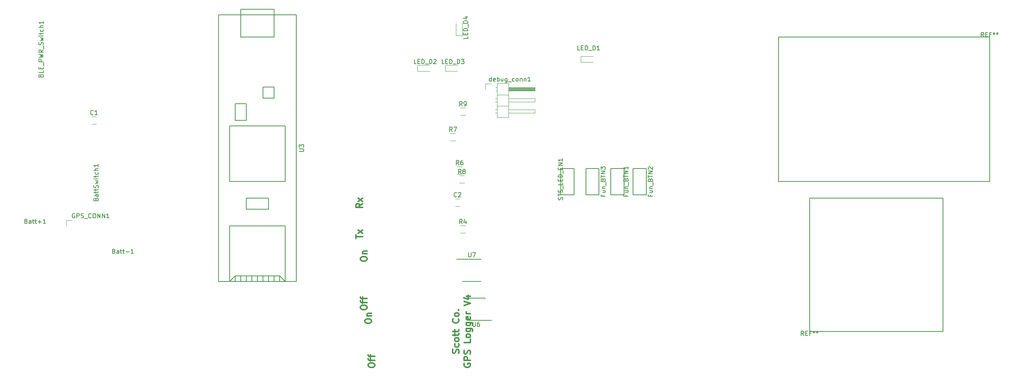
<source format=gbr>
G04 #@! TF.GenerationSoftware,KiCad,Pcbnew,(5.0.0)*
G04 #@! TF.CreationDate,2018-10-04T00:03:41-07:00*
G04 #@! TF.ProjectId,GPSLogger,4750534C6F676765722E6B696361645F,rev?*
G04 #@! TF.SameCoordinates,Original*
G04 #@! TF.FileFunction,Legend,Top*
G04 #@! TF.FilePolarity,Positive*
%FSLAX46Y46*%
G04 Gerber Fmt 4.6, Leading zero omitted, Abs format (unit mm)*
G04 Created by KiCad (PCBNEW (5.0.0)) date 10/04/18 00:03:41*
%MOMM*%
%LPD*%
G01*
G04 APERTURE LIST*
%ADD10C,0.375000*%
%ADD11C,0.300000*%
%ADD12C,0.120000*%
%ADD13C,0.150000*%
G04 APERTURE END LIST*
D10*
X150120642Y-97406285D02*
X150192071Y-97192000D01*
X150192071Y-96834857D01*
X150120642Y-96692000D01*
X150049214Y-96620571D01*
X149906357Y-96549142D01*
X149763500Y-96549142D01*
X149620642Y-96620571D01*
X149549214Y-96692000D01*
X149477785Y-96834857D01*
X149406357Y-97120571D01*
X149334928Y-97263428D01*
X149263500Y-97334857D01*
X149120642Y-97406285D01*
X148977785Y-97406285D01*
X148834928Y-97334857D01*
X148763500Y-97263428D01*
X148692071Y-97120571D01*
X148692071Y-96763428D01*
X148763500Y-96549142D01*
X150120642Y-95263428D02*
X150192071Y-95406285D01*
X150192071Y-95692000D01*
X150120642Y-95834857D01*
X150049214Y-95906285D01*
X149906357Y-95977714D01*
X149477785Y-95977714D01*
X149334928Y-95906285D01*
X149263500Y-95834857D01*
X149192071Y-95692000D01*
X149192071Y-95406285D01*
X149263500Y-95263428D01*
X150192071Y-94406285D02*
X150120642Y-94549142D01*
X150049214Y-94620571D01*
X149906357Y-94692000D01*
X149477785Y-94692000D01*
X149334928Y-94620571D01*
X149263500Y-94549142D01*
X149192071Y-94406285D01*
X149192071Y-94192000D01*
X149263500Y-94049142D01*
X149334928Y-93977714D01*
X149477785Y-93906285D01*
X149906357Y-93906285D01*
X150049214Y-93977714D01*
X150120642Y-94049142D01*
X150192071Y-94192000D01*
X150192071Y-94406285D01*
X149192071Y-93477714D02*
X149192071Y-92906285D01*
X148692071Y-93263428D02*
X149977785Y-93263428D01*
X150120642Y-93192000D01*
X150192071Y-93049142D01*
X150192071Y-92906285D01*
X149192071Y-92620571D02*
X149192071Y-92049142D01*
X148692071Y-92406285D02*
X149977785Y-92406285D01*
X150120642Y-92334857D01*
X150192071Y-92192000D01*
X150192071Y-92049142D01*
X150049214Y-89549142D02*
X150120642Y-89620571D01*
X150192071Y-89834857D01*
X150192071Y-89977714D01*
X150120642Y-90192000D01*
X149977785Y-90334857D01*
X149834928Y-90406285D01*
X149549214Y-90477714D01*
X149334928Y-90477714D01*
X149049214Y-90406285D01*
X148906357Y-90334857D01*
X148763500Y-90192000D01*
X148692071Y-89977714D01*
X148692071Y-89834857D01*
X148763500Y-89620571D01*
X148834928Y-89549142D01*
X150192071Y-88692000D02*
X150120642Y-88834857D01*
X150049214Y-88906285D01*
X149906357Y-88977714D01*
X149477785Y-88977714D01*
X149334928Y-88906285D01*
X149263500Y-88834857D01*
X149192071Y-88692000D01*
X149192071Y-88477714D01*
X149263500Y-88334857D01*
X149334928Y-88263428D01*
X149477785Y-88192000D01*
X149906357Y-88192000D01*
X150049214Y-88263428D01*
X150120642Y-88334857D01*
X150192071Y-88477714D01*
X150192071Y-88692000D01*
X150049214Y-87549142D02*
X150120642Y-87477714D01*
X150192071Y-87549142D01*
X150120642Y-87620571D01*
X150049214Y-87549142D01*
X150192071Y-87549142D01*
X151388500Y-99763428D02*
X151317071Y-99906285D01*
X151317071Y-100120571D01*
X151388500Y-100334857D01*
X151531357Y-100477714D01*
X151674214Y-100549142D01*
X151959928Y-100620571D01*
X152174214Y-100620571D01*
X152459928Y-100549142D01*
X152602785Y-100477714D01*
X152745642Y-100334857D01*
X152817071Y-100120571D01*
X152817071Y-99977714D01*
X152745642Y-99763428D01*
X152674214Y-99692000D01*
X152174214Y-99692000D01*
X152174214Y-99977714D01*
X152817071Y-99049142D02*
X151317071Y-99049142D01*
X151317071Y-98477714D01*
X151388500Y-98334857D01*
X151459928Y-98263428D01*
X151602785Y-98192000D01*
X151817071Y-98192000D01*
X151959928Y-98263428D01*
X152031357Y-98334857D01*
X152102785Y-98477714D01*
X152102785Y-99049142D01*
X152745642Y-97620571D02*
X152817071Y-97406285D01*
X152817071Y-97049142D01*
X152745642Y-96906285D01*
X152674214Y-96834857D01*
X152531357Y-96763428D01*
X152388500Y-96763428D01*
X152245642Y-96834857D01*
X152174214Y-96906285D01*
X152102785Y-97049142D01*
X152031357Y-97334857D01*
X151959928Y-97477714D01*
X151888500Y-97549142D01*
X151745642Y-97620571D01*
X151602785Y-97620571D01*
X151459928Y-97549142D01*
X151388500Y-97477714D01*
X151317071Y-97334857D01*
X151317071Y-96977714D01*
X151388500Y-96763428D01*
X152817071Y-94263428D02*
X152817071Y-94977714D01*
X151317071Y-94977714D01*
X152817071Y-93549142D02*
X152745642Y-93692000D01*
X152674214Y-93763428D01*
X152531357Y-93834857D01*
X152102785Y-93834857D01*
X151959928Y-93763428D01*
X151888500Y-93692000D01*
X151817071Y-93549142D01*
X151817071Y-93334857D01*
X151888500Y-93192000D01*
X151959928Y-93120571D01*
X152102785Y-93049142D01*
X152531357Y-93049142D01*
X152674214Y-93120571D01*
X152745642Y-93192000D01*
X152817071Y-93334857D01*
X152817071Y-93549142D01*
X151817071Y-91763428D02*
X153031357Y-91763428D01*
X153174214Y-91834857D01*
X153245642Y-91906285D01*
X153317071Y-92049142D01*
X153317071Y-92263428D01*
X153245642Y-92406285D01*
X152745642Y-91763428D02*
X152817071Y-91906285D01*
X152817071Y-92192000D01*
X152745642Y-92334857D01*
X152674214Y-92406285D01*
X152531357Y-92477714D01*
X152102785Y-92477714D01*
X151959928Y-92406285D01*
X151888500Y-92334857D01*
X151817071Y-92192000D01*
X151817071Y-91906285D01*
X151888500Y-91763428D01*
X151817071Y-90406285D02*
X153031357Y-90406285D01*
X153174214Y-90477714D01*
X153245642Y-90549142D01*
X153317071Y-90692000D01*
X153317071Y-90906285D01*
X153245642Y-91049142D01*
X152745642Y-90406285D02*
X152817071Y-90549142D01*
X152817071Y-90834857D01*
X152745642Y-90977714D01*
X152674214Y-91049142D01*
X152531357Y-91120571D01*
X152102785Y-91120571D01*
X151959928Y-91049142D01*
X151888500Y-90977714D01*
X151817071Y-90834857D01*
X151817071Y-90549142D01*
X151888500Y-90406285D01*
X152745642Y-89120571D02*
X152817071Y-89263428D01*
X152817071Y-89549142D01*
X152745642Y-89692000D01*
X152602785Y-89763428D01*
X152031357Y-89763428D01*
X151888500Y-89692000D01*
X151817071Y-89549142D01*
X151817071Y-89263428D01*
X151888500Y-89120571D01*
X152031357Y-89049142D01*
X152174214Y-89049142D01*
X152317071Y-89763428D01*
X152817071Y-88406285D02*
X151817071Y-88406285D01*
X152102785Y-88406285D02*
X151959928Y-88334857D01*
X151888500Y-88263428D01*
X151817071Y-88120571D01*
X151817071Y-87977714D01*
X151317071Y-86549142D02*
X152817071Y-86049142D01*
X151317071Y-85549142D01*
X151817071Y-84406285D02*
X152817071Y-84406285D01*
X151245642Y-84763428D02*
X152317071Y-85120571D01*
X152317071Y-84192000D01*
D11*
X129430571Y-100300000D02*
X129430571Y-100014285D01*
X129502000Y-99871428D01*
X129644857Y-99728571D01*
X129930571Y-99657142D01*
X130430571Y-99657142D01*
X130716285Y-99728571D01*
X130859142Y-99871428D01*
X130930571Y-100014285D01*
X130930571Y-100300000D01*
X130859142Y-100442857D01*
X130716285Y-100585714D01*
X130430571Y-100657142D01*
X129930571Y-100657142D01*
X129644857Y-100585714D01*
X129502000Y-100442857D01*
X129430571Y-100300000D01*
X129930571Y-99228571D02*
X129930571Y-98657142D01*
X130930571Y-99014285D02*
X129644857Y-99014285D01*
X129502000Y-98942857D01*
X129430571Y-98800000D01*
X129430571Y-98657142D01*
X129930571Y-98371428D02*
X129930571Y-97800000D01*
X130930571Y-98157142D02*
X129644857Y-98157142D01*
X129502000Y-98085714D01*
X129430571Y-97942857D01*
X129430571Y-97800000D01*
X128668571Y-90215428D02*
X128668571Y-89929714D01*
X128740000Y-89786857D01*
X128882857Y-89644000D01*
X129168571Y-89572571D01*
X129668571Y-89572571D01*
X129954285Y-89644000D01*
X130097142Y-89786857D01*
X130168571Y-89929714D01*
X130168571Y-90215428D01*
X130097142Y-90358285D01*
X129954285Y-90501142D01*
X129668571Y-90572571D01*
X129168571Y-90572571D01*
X128882857Y-90501142D01*
X128740000Y-90358285D01*
X128668571Y-90215428D01*
X129168571Y-88929714D02*
X130168571Y-88929714D01*
X129311428Y-88929714D02*
X129240000Y-88858285D01*
X129168571Y-88715428D01*
X129168571Y-88501142D01*
X129240000Y-88358285D01*
X129382857Y-88286857D01*
X130168571Y-88286857D01*
X127652571Y-87092000D02*
X127652571Y-86806285D01*
X127724000Y-86663428D01*
X127866857Y-86520571D01*
X128152571Y-86449142D01*
X128652571Y-86449142D01*
X128938285Y-86520571D01*
X129081142Y-86663428D01*
X129152571Y-86806285D01*
X129152571Y-87092000D01*
X129081142Y-87234857D01*
X128938285Y-87377714D01*
X128652571Y-87449142D01*
X128152571Y-87449142D01*
X127866857Y-87377714D01*
X127724000Y-87234857D01*
X127652571Y-87092000D01*
X128152571Y-86020571D02*
X128152571Y-85449142D01*
X129152571Y-85806285D02*
X127866857Y-85806285D01*
X127724000Y-85734857D01*
X127652571Y-85592000D01*
X127652571Y-85449142D01*
X128152571Y-85163428D02*
X128152571Y-84592000D01*
X129152571Y-84949142D02*
X127866857Y-84949142D01*
X127724000Y-84877714D01*
X127652571Y-84734857D01*
X127652571Y-84592000D01*
X127652571Y-75991428D02*
X127652571Y-75705714D01*
X127724000Y-75562857D01*
X127866857Y-75420000D01*
X128152571Y-75348571D01*
X128652571Y-75348571D01*
X128938285Y-75420000D01*
X129081142Y-75562857D01*
X129152571Y-75705714D01*
X129152571Y-75991428D01*
X129081142Y-76134285D01*
X128938285Y-76277142D01*
X128652571Y-76348571D01*
X128152571Y-76348571D01*
X127866857Y-76277142D01*
X127724000Y-76134285D01*
X127652571Y-75991428D01*
X128152571Y-74705714D02*
X129152571Y-74705714D01*
X128295428Y-74705714D02*
X128224000Y-74634285D01*
X128152571Y-74491428D01*
X128152571Y-74277142D01*
X128224000Y-74134285D01*
X128366857Y-74062857D01*
X129152571Y-74062857D01*
X126636571Y-71212571D02*
X126636571Y-70355428D01*
X128136571Y-70784000D02*
X126636571Y-70784000D01*
X128136571Y-69998285D02*
X127136571Y-69212571D01*
X127136571Y-69998285D02*
X128136571Y-69212571D01*
X128136571Y-63212571D02*
X127422285Y-63712571D01*
X128136571Y-64069714D02*
X126636571Y-64069714D01*
X126636571Y-63498285D01*
X126708000Y-63355428D01*
X126779428Y-63284000D01*
X126922285Y-63212571D01*
X127136571Y-63212571D01*
X127279428Y-63284000D01*
X127350857Y-63355428D01*
X127422285Y-63498285D01*
X127422285Y-64069714D01*
X128136571Y-62712571D02*
X127136571Y-61926857D01*
X127136571Y-62712571D02*
X128136571Y-61926857D01*
D12*
G04 #@! TO.C,C1*
X67252000Y-43332000D02*
X66252000Y-43332000D01*
X66252000Y-45032000D02*
X67252000Y-45032000D01*
G04 #@! TO.C,C2*
X150310000Y-62128000D02*
X149310000Y-62128000D01*
X149310000Y-63828000D02*
X150310000Y-63828000D01*
G04 #@! TO.C,debug_conn1*
X158870000Y-35740000D02*
X158870000Y-43480000D01*
X158870000Y-43480000D02*
X161530000Y-43480000D01*
X161530000Y-43480000D02*
X161530000Y-35740000D01*
X161530000Y-35740000D02*
X158870000Y-35740000D01*
X161530000Y-36690000D02*
X167530000Y-36690000D01*
X167530000Y-36690000D02*
X167530000Y-37450000D01*
X167530000Y-37450000D02*
X161530000Y-37450000D01*
X161530000Y-36750000D02*
X167530000Y-36750000D01*
X161530000Y-36870000D02*
X167530000Y-36870000D01*
X161530000Y-36990000D02*
X167530000Y-36990000D01*
X161530000Y-37110000D02*
X167530000Y-37110000D01*
X161530000Y-37230000D02*
X167530000Y-37230000D01*
X161530000Y-37350000D02*
X167530000Y-37350000D01*
X158540000Y-36690000D02*
X158870000Y-36690000D01*
X158540000Y-37450000D02*
X158870000Y-37450000D01*
X158870000Y-38340000D02*
X161530000Y-38340000D01*
X161530000Y-39230000D02*
X167530000Y-39230000D01*
X167530000Y-39230000D02*
X167530000Y-39990000D01*
X167530000Y-39990000D02*
X161530000Y-39990000D01*
X158472929Y-39230000D02*
X158870000Y-39230000D01*
X158472929Y-39990000D02*
X158870000Y-39990000D01*
X158870000Y-40880000D02*
X161530000Y-40880000D01*
X161530000Y-41770000D02*
X167530000Y-41770000D01*
X167530000Y-41770000D02*
X167530000Y-42530000D01*
X167530000Y-42530000D02*
X161530000Y-42530000D01*
X158472929Y-41770000D02*
X158870000Y-41770000D01*
X158472929Y-42530000D02*
X158870000Y-42530000D01*
X156160000Y-37070000D02*
X156160000Y-35800000D01*
X156160000Y-35800000D02*
X157430000Y-35800000D01*
D13*
G04 #@! TO.C,Fun_BTN1*
X187910000Y-61200000D02*
X187910000Y-55200000D01*
X187910000Y-55200000D02*
X184910000Y-55200000D01*
X184910000Y-55200000D02*
X184910000Y-61200000D01*
X184910000Y-61200000D02*
X187910000Y-61200000D01*
G04 #@! TO.C,Fun_BTN2*
X192990000Y-61200000D02*
X192990000Y-55200000D01*
X192990000Y-55200000D02*
X189990000Y-55200000D01*
X189990000Y-55200000D02*
X189990000Y-61200000D01*
X189990000Y-61200000D02*
X192990000Y-61200000D01*
G04 #@! TO.C,Fun_BTN3*
X182195000Y-61200000D02*
X182195000Y-55200000D01*
X182195000Y-55200000D02*
X179195000Y-55200000D01*
X179195000Y-55200000D02*
X179195000Y-61200000D01*
X179195000Y-61200000D02*
X182195000Y-61200000D01*
D12*
G04 #@! TO.C,GPS_CONN1*
X60402000Y-68312000D02*
X60402000Y-67042000D01*
X60402000Y-67042000D02*
X61672000Y-67042000D01*
G04 #@! TO.C,LED_D1*
X177982000Y-29512000D02*
X177982000Y-30912000D01*
X177982000Y-30912000D02*
X180782000Y-30912000D01*
X177982000Y-29512000D02*
X180782000Y-29512000D01*
G04 #@! TO.C,LED_D2*
X140644000Y-31544000D02*
X140644000Y-32944000D01*
X140644000Y-32944000D02*
X143444000Y-32944000D01*
X140644000Y-31544000D02*
X143444000Y-31544000D01*
G04 #@! TO.C,LED_D3*
X146994000Y-31544000D02*
X146994000Y-32944000D01*
X146994000Y-32944000D02*
X149794000Y-32944000D01*
X146994000Y-31544000D02*
X149794000Y-31544000D01*
G04 #@! TO.C,LED_D4*
X149491000Y-24773000D02*
X150891000Y-24773000D01*
X150891000Y-24773000D02*
X150891000Y-21973000D01*
X149491000Y-24773000D02*
X149491000Y-21973000D01*
G04 #@! TO.C,R4*
X151680000Y-69954000D02*
X150480000Y-69954000D01*
X150480000Y-68194000D02*
X151680000Y-68194000D01*
G04 #@! TO.C,R6*
X150918000Y-56492000D02*
X149718000Y-56492000D01*
X149718000Y-54732000D02*
X150918000Y-54732000D01*
G04 #@! TO.C,R7*
X149394000Y-48872000D02*
X148194000Y-48872000D01*
X148194000Y-47112000D02*
X149394000Y-47112000D01*
G04 #@! TO.C,R8*
X151426000Y-58524000D02*
X150226000Y-58524000D01*
X150226000Y-56764000D02*
X151426000Y-56764000D01*
G04 #@! TO.C,R9*
X151680000Y-43030000D02*
X150480000Y-43030000D01*
X150480000Y-41270000D02*
X151680000Y-41270000D01*
D13*
G04 #@! TO.C,STS_LED_EN1*
X176480000Y-61200000D02*
X176480000Y-55200000D01*
X176480000Y-55200000D02*
X173480000Y-55200000D01*
X173480000Y-55200000D02*
X173480000Y-61200000D01*
X173480000Y-61200000D02*
X176480000Y-61200000D01*
G04 #@! TO.C,U6*
X156203000Y-89937000D02*
X156203000Y-89887000D01*
X152053000Y-89937000D02*
X152053000Y-89792000D01*
X152053000Y-84787000D02*
X152053000Y-84932000D01*
X156203000Y-84787000D02*
X156203000Y-84932000D01*
X156203000Y-89937000D02*
X152053000Y-89937000D01*
X156203000Y-84787000D02*
X152053000Y-84787000D01*
X156203000Y-89887000D02*
X157603000Y-89887000D01*
G04 #@! TO.C,U7*
X151037000Y-75897000D02*
X151037000Y-75947000D01*
X155187000Y-75897000D02*
X155187000Y-76042000D01*
X155187000Y-81047000D02*
X155187000Y-80902000D01*
X151037000Y-81047000D02*
X151037000Y-80902000D01*
X151037000Y-75897000D02*
X155187000Y-75897000D01*
X151037000Y-81047000D02*
X155187000Y-81047000D01*
X151037000Y-75947000D02*
X149637000Y-75947000D01*
G04 #@! TO.C,U3*
X107900000Y-36562000D02*
X105360000Y-36562000D01*
X105360000Y-36562000D02*
X105360000Y-39102000D01*
X105360000Y-39102000D02*
X107900000Y-39102000D01*
X107900000Y-39102000D02*
X107900000Y-36562000D01*
X99010000Y-44182000D02*
X99010000Y-40372000D01*
X99010000Y-40372000D02*
X101550000Y-40372000D01*
X101550000Y-40372000D02*
X101550000Y-44182000D01*
X101550000Y-44182000D02*
X99010000Y-44182000D01*
X97740000Y-58152000D02*
X110440000Y-58152000D01*
X110440000Y-45452000D02*
X97740000Y-45452000D01*
X97740000Y-45452000D02*
X97740000Y-58152000D01*
X110440000Y-45452000D02*
X110440000Y-58152000D01*
X99010000Y-79742000D02*
X99010000Y-81012000D01*
X100280000Y-79742000D02*
X100280000Y-81012000D01*
X101550000Y-79742000D02*
X101550000Y-81012000D01*
X102820000Y-79742000D02*
X102820000Y-81012000D01*
X104090000Y-79742000D02*
X104090000Y-81012000D01*
X105360000Y-79742000D02*
X105360000Y-81012000D01*
X106630000Y-79742000D02*
X106630000Y-81012000D01*
X107900000Y-79742000D02*
X107900000Y-81012000D01*
X109170000Y-79742000D02*
X109170000Y-81012000D01*
X97740000Y-81012000D02*
X99010000Y-79742000D01*
X99010000Y-79742000D02*
X109170000Y-79742000D01*
X109170000Y-79742000D02*
X110440000Y-81012000D01*
X110440000Y-81012000D02*
X110440000Y-68312000D01*
X110440000Y-68312000D02*
X97740000Y-68312000D01*
X97740000Y-68312000D02*
X97740000Y-81012000D01*
X112980000Y-81012000D02*
X112980000Y-20052000D01*
X95200000Y-20052000D02*
X95200000Y-81012000D01*
X100280000Y-20052000D02*
X100280000Y-18782000D01*
X100280000Y-18782000D02*
X107900000Y-18782000D01*
X107900000Y-18782000D02*
X107900000Y-20052000D01*
X100280000Y-25132000D02*
X107900000Y-25132000D01*
X107900000Y-25132000D02*
X107900000Y-20052000D01*
X100280000Y-25132000D02*
X100280000Y-20052000D01*
X106630000Y-64502000D02*
X101550000Y-64502000D01*
X101550000Y-64502000D02*
X101550000Y-61962000D01*
X101550000Y-61962000D02*
X106630000Y-61962000D01*
X106630000Y-61962000D02*
X106630000Y-64502000D01*
X112980000Y-81012000D02*
X95200000Y-81012000D01*
X95200000Y-20052000D02*
X112980000Y-20052000D01*
G04 #@! TO.C,REF\002A\002A*
X230328000Y-92442000D02*
X230328000Y-61962000D01*
X230328000Y-61962000D02*
X260808000Y-61962000D01*
X260808000Y-61962000D02*
X260808000Y-92442000D01*
X260808000Y-92442000D02*
X230328000Y-92442000D01*
X225756000Y-25132000D02*
X223216000Y-25132000D01*
X223216000Y-25132000D02*
X223216000Y-58152000D01*
X223216000Y-58152000D02*
X271476000Y-58152000D01*
X271476000Y-58152000D02*
X271476000Y-25132000D01*
X271476000Y-25132000D02*
X223216000Y-25132000D01*
G04 #@! TO.C,Batt+1*
X51239380Y-67240571D02*
X51382238Y-67288190D01*
X51429857Y-67335809D01*
X51477476Y-67431047D01*
X51477476Y-67573904D01*
X51429857Y-67669142D01*
X51382238Y-67716761D01*
X51287000Y-67764380D01*
X50906047Y-67764380D01*
X50906047Y-66764380D01*
X51239380Y-66764380D01*
X51334619Y-66812000D01*
X51382238Y-66859619D01*
X51429857Y-66954857D01*
X51429857Y-67050095D01*
X51382238Y-67145333D01*
X51334619Y-67192952D01*
X51239380Y-67240571D01*
X50906047Y-67240571D01*
X52334619Y-67764380D02*
X52334619Y-67240571D01*
X52287000Y-67145333D01*
X52191761Y-67097714D01*
X52001285Y-67097714D01*
X51906047Y-67145333D01*
X52334619Y-67716761D02*
X52239380Y-67764380D01*
X52001285Y-67764380D01*
X51906047Y-67716761D01*
X51858428Y-67621523D01*
X51858428Y-67526285D01*
X51906047Y-67431047D01*
X52001285Y-67383428D01*
X52239380Y-67383428D01*
X52334619Y-67335809D01*
X52667952Y-67097714D02*
X53048904Y-67097714D01*
X52810809Y-66764380D02*
X52810809Y-67621523D01*
X52858428Y-67716761D01*
X52953666Y-67764380D01*
X53048904Y-67764380D01*
X53239380Y-67097714D02*
X53620333Y-67097714D01*
X53382238Y-66764380D02*
X53382238Y-67621523D01*
X53429857Y-67716761D01*
X53525095Y-67764380D01*
X53620333Y-67764380D01*
X53953666Y-67383428D02*
X54715571Y-67383428D01*
X54334619Y-67764380D02*
X54334619Y-67002476D01*
X55715571Y-67764380D02*
X55144142Y-67764380D01*
X55429857Y-67764380D02*
X55429857Y-66764380D01*
X55334619Y-66907238D01*
X55239380Y-67002476D01*
X55144142Y-67050095D01*
G04 #@! TO.C,Batt-1*
X71305380Y-74098571D02*
X71448238Y-74146190D01*
X71495857Y-74193809D01*
X71543476Y-74289047D01*
X71543476Y-74431904D01*
X71495857Y-74527142D01*
X71448238Y-74574761D01*
X71353000Y-74622380D01*
X70972047Y-74622380D01*
X70972047Y-73622380D01*
X71305380Y-73622380D01*
X71400619Y-73670000D01*
X71448238Y-73717619D01*
X71495857Y-73812857D01*
X71495857Y-73908095D01*
X71448238Y-74003333D01*
X71400619Y-74050952D01*
X71305380Y-74098571D01*
X70972047Y-74098571D01*
X72400619Y-74622380D02*
X72400619Y-74098571D01*
X72353000Y-74003333D01*
X72257761Y-73955714D01*
X72067285Y-73955714D01*
X71972047Y-74003333D01*
X72400619Y-74574761D02*
X72305380Y-74622380D01*
X72067285Y-74622380D01*
X71972047Y-74574761D01*
X71924428Y-74479523D01*
X71924428Y-74384285D01*
X71972047Y-74289047D01*
X72067285Y-74241428D01*
X72305380Y-74241428D01*
X72400619Y-74193809D01*
X72733952Y-73955714D02*
X73114904Y-73955714D01*
X72876809Y-73622380D02*
X72876809Y-74479523D01*
X72924428Y-74574761D01*
X73019666Y-74622380D01*
X73114904Y-74622380D01*
X73305380Y-73955714D02*
X73686333Y-73955714D01*
X73448238Y-73622380D02*
X73448238Y-74479523D01*
X73495857Y-74574761D01*
X73591095Y-74622380D01*
X73686333Y-74622380D01*
X74019666Y-74241428D02*
X74781571Y-74241428D01*
X75781571Y-74622380D02*
X75210142Y-74622380D01*
X75495857Y-74622380D02*
X75495857Y-73622380D01*
X75400619Y-73765238D01*
X75305380Y-73860476D01*
X75210142Y-73908095D01*
G04 #@! TO.C,BattSwitch1*
X67188571Y-62239333D02*
X67236190Y-62096476D01*
X67283809Y-62048857D01*
X67379047Y-62001238D01*
X67521904Y-62001238D01*
X67617142Y-62048857D01*
X67664761Y-62096476D01*
X67712380Y-62191714D01*
X67712380Y-62572666D01*
X66712380Y-62572666D01*
X66712380Y-62239333D01*
X66760000Y-62144095D01*
X66807619Y-62096476D01*
X66902857Y-62048857D01*
X66998095Y-62048857D01*
X67093333Y-62096476D01*
X67140952Y-62144095D01*
X67188571Y-62239333D01*
X67188571Y-62572666D01*
X67712380Y-61144095D02*
X67188571Y-61144095D01*
X67093333Y-61191714D01*
X67045714Y-61286952D01*
X67045714Y-61477428D01*
X67093333Y-61572666D01*
X67664761Y-61144095D02*
X67712380Y-61239333D01*
X67712380Y-61477428D01*
X67664761Y-61572666D01*
X67569523Y-61620285D01*
X67474285Y-61620285D01*
X67379047Y-61572666D01*
X67331428Y-61477428D01*
X67331428Y-61239333D01*
X67283809Y-61144095D01*
X67045714Y-60810761D02*
X67045714Y-60429809D01*
X66712380Y-60667904D02*
X67569523Y-60667904D01*
X67664761Y-60620285D01*
X67712380Y-60525047D01*
X67712380Y-60429809D01*
X67045714Y-60239333D02*
X67045714Y-59858380D01*
X66712380Y-60096476D02*
X67569523Y-60096476D01*
X67664761Y-60048857D01*
X67712380Y-59953619D01*
X67712380Y-59858380D01*
X67664761Y-59572666D02*
X67712380Y-59429809D01*
X67712380Y-59191714D01*
X67664761Y-59096476D01*
X67617142Y-59048857D01*
X67521904Y-59001238D01*
X67426666Y-59001238D01*
X67331428Y-59048857D01*
X67283809Y-59096476D01*
X67236190Y-59191714D01*
X67188571Y-59382190D01*
X67140952Y-59477428D01*
X67093333Y-59525047D01*
X66998095Y-59572666D01*
X66902857Y-59572666D01*
X66807619Y-59525047D01*
X66760000Y-59477428D01*
X66712380Y-59382190D01*
X66712380Y-59144095D01*
X66760000Y-59001238D01*
X67045714Y-58667904D02*
X67712380Y-58477428D01*
X67236190Y-58286952D01*
X67712380Y-58096476D01*
X67045714Y-57906000D01*
X67712380Y-57525047D02*
X67045714Y-57525047D01*
X66712380Y-57525047D02*
X66760000Y-57572666D01*
X66807619Y-57525047D01*
X66760000Y-57477428D01*
X66712380Y-57525047D01*
X66807619Y-57525047D01*
X67045714Y-57191714D02*
X67045714Y-56810761D01*
X66712380Y-57048857D02*
X67569523Y-57048857D01*
X67664761Y-57001238D01*
X67712380Y-56906000D01*
X67712380Y-56810761D01*
X67664761Y-56048857D02*
X67712380Y-56144095D01*
X67712380Y-56334571D01*
X67664761Y-56429809D01*
X67617142Y-56477428D01*
X67521904Y-56525047D01*
X67236190Y-56525047D01*
X67140952Y-56477428D01*
X67093333Y-56429809D01*
X67045714Y-56334571D01*
X67045714Y-56144095D01*
X67093333Y-56048857D01*
X67712380Y-55620285D02*
X66712380Y-55620285D01*
X67712380Y-55191714D02*
X67188571Y-55191714D01*
X67093333Y-55239333D01*
X67045714Y-55334571D01*
X67045714Y-55477428D01*
X67093333Y-55572666D01*
X67140952Y-55620285D01*
X67712380Y-54191714D02*
X67712380Y-54763142D01*
X67712380Y-54477428D02*
X66712380Y-54477428D01*
X66855238Y-54572666D01*
X66950476Y-54667904D01*
X66998095Y-54763142D01*
G04 #@! TO.C,BLE_PWR_Switch1*
X54615571Y-33925999D02*
X54663190Y-33783142D01*
X54710809Y-33735523D01*
X54806047Y-33687904D01*
X54948904Y-33687904D01*
X55044142Y-33735523D01*
X55091761Y-33783142D01*
X55139380Y-33878380D01*
X55139380Y-34259333D01*
X54139380Y-34259333D01*
X54139380Y-33925999D01*
X54187000Y-33830761D01*
X54234619Y-33783142D01*
X54329857Y-33735523D01*
X54425095Y-33735523D01*
X54520333Y-33783142D01*
X54567952Y-33830761D01*
X54615571Y-33925999D01*
X54615571Y-34259333D01*
X55139380Y-32783142D02*
X55139380Y-33259333D01*
X54139380Y-33259333D01*
X54615571Y-32449809D02*
X54615571Y-32116476D01*
X55139380Y-31973619D02*
X55139380Y-32449809D01*
X54139380Y-32449809D01*
X54139380Y-31973619D01*
X55234619Y-31783142D02*
X55234619Y-31021238D01*
X55139380Y-30783142D02*
X54139380Y-30783142D01*
X54139380Y-30402190D01*
X54187000Y-30306952D01*
X54234619Y-30259333D01*
X54329857Y-30211714D01*
X54472714Y-30211714D01*
X54567952Y-30259333D01*
X54615571Y-30306952D01*
X54663190Y-30402190D01*
X54663190Y-30783142D01*
X54139380Y-29878380D02*
X55139380Y-29640285D01*
X54425095Y-29449809D01*
X55139380Y-29259333D01*
X54139380Y-29021238D01*
X55139380Y-28068857D02*
X54663190Y-28402190D01*
X55139380Y-28640285D02*
X54139380Y-28640285D01*
X54139380Y-28259333D01*
X54187000Y-28164095D01*
X54234619Y-28116476D01*
X54329857Y-28068857D01*
X54472714Y-28068857D01*
X54567952Y-28116476D01*
X54615571Y-28164095D01*
X54663190Y-28259333D01*
X54663190Y-28640285D01*
X55234619Y-27878380D02*
X55234619Y-27116476D01*
X55091761Y-26926000D02*
X55139380Y-26783142D01*
X55139380Y-26545047D01*
X55091761Y-26449809D01*
X55044142Y-26402190D01*
X54948904Y-26354571D01*
X54853666Y-26354571D01*
X54758428Y-26402190D01*
X54710809Y-26449809D01*
X54663190Y-26545047D01*
X54615571Y-26735523D01*
X54567952Y-26830761D01*
X54520333Y-26878380D01*
X54425095Y-26926000D01*
X54329857Y-26926000D01*
X54234619Y-26878380D01*
X54187000Y-26830761D01*
X54139380Y-26735523D01*
X54139380Y-26497428D01*
X54187000Y-26354571D01*
X54472714Y-26021238D02*
X55139380Y-25830761D01*
X54663190Y-25640285D01*
X55139380Y-25449809D01*
X54472714Y-25259333D01*
X55139380Y-24878380D02*
X54472714Y-24878380D01*
X54139380Y-24878380D02*
X54187000Y-24926000D01*
X54234619Y-24878380D01*
X54187000Y-24830761D01*
X54139380Y-24878380D01*
X54234619Y-24878380D01*
X54472714Y-24545047D02*
X54472714Y-24164095D01*
X54139380Y-24402190D02*
X54996523Y-24402190D01*
X55091761Y-24354571D01*
X55139380Y-24259333D01*
X55139380Y-24164095D01*
X55091761Y-23402190D02*
X55139380Y-23497428D01*
X55139380Y-23687904D01*
X55091761Y-23783142D01*
X55044142Y-23830761D01*
X54948904Y-23878380D01*
X54663190Y-23878380D01*
X54567952Y-23830761D01*
X54520333Y-23783142D01*
X54472714Y-23687904D01*
X54472714Y-23497428D01*
X54520333Y-23402190D01*
X55139380Y-22973619D02*
X54139380Y-22973619D01*
X55139380Y-22545047D02*
X54615571Y-22545047D01*
X54520333Y-22592666D01*
X54472714Y-22687904D01*
X54472714Y-22830761D01*
X54520333Y-22926000D01*
X54567952Y-22973619D01*
X55139380Y-21545047D02*
X55139380Y-22116476D01*
X55139380Y-21830761D02*
X54139380Y-21830761D01*
X54282238Y-21926000D01*
X54377476Y-22021238D01*
X54425095Y-22116476D01*
G04 #@! TO.C,C1*
X66585333Y-42789142D02*
X66537714Y-42836761D01*
X66394857Y-42884380D01*
X66299619Y-42884380D01*
X66156761Y-42836761D01*
X66061523Y-42741523D01*
X66013904Y-42646285D01*
X65966285Y-42455809D01*
X65966285Y-42312952D01*
X66013904Y-42122476D01*
X66061523Y-42027238D01*
X66156761Y-41932000D01*
X66299619Y-41884380D01*
X66394857Y-41884380D01*
X66537714Y-41932000D01*
X66585333Y-41979619D01*
X67537714Y-42884380D02*
X66966285Y-42884380D01*
X67252000Y-42884380D02*
X67252000Y-41884380D01*
X67156761Y-42027238D01*
X67061523Y-42122476D01*
X66966285Y-42170095D01*
G04 #@! TO.C,C2*
X149643333Y-61585142D02*
X149595714Y-61632761D01*
X149452857Y-61680380D01*
X149357619Y-61680380D01*
X149214761Y-61632761D01*
X149119523Y-61537523D01*
X149071904Y-61442285D01*
X149024285Y-61251809D01*
X149024285Y-61108952D01*
X149071904Y-60918476D01*
X149119523Y-60823238D01*
X149214761Y-60728000D01*
X149357619Y-60680380D01*
X149452857Y-60680380D01*
X149595714Y-60728000D01*
X149643333Y-60775619D01*
X150024285Y-60775619D02*
X150071904Y-60728000D01*
X150167142Y-60680380D01*
X150405238Y-60680380D01*
X150500476Y-60728000D01*
X150548095Y-60775619D01*
X150595714Y-60870857D01*
X150595714Y-60966095D01*
X150548095Y-61108952D01*
X149976666Y-61680380D01*
X150595714Y-61680380D01*
G04 #@! TO.C,debug_conn1*
X157600714Y-35252380D02*
X157600714Y-34252380D01*
X157600714Y-35204761D02*
X157505476Y-35252380D01*
X157315000Y-35252380D01*
X157219761Y-35204761D01*
X157172142Y-35157142D01*
X157124523Y-35061904D01*
X157124523Y-34776190D01*
X157172142Y-34680952D01*
X157219761Y-34633333D01*
X157315000Y-34585714D01*
X157505476Y-34585714D01*
X157600714Y-34633333D01*
X158457857Y-35204761D02*
X158362619Y-35252380D01*
X158172142Y-35252380D01*
X158076904Y-35204761D01*
X158029285Y-35109523D01*
X158029285Y-34728571D01*
X158076904Y-34633333D01*
X158172142Y-34585714D01*
X158362619Y-34585714D01*
X158457857Y-34633333D01*
X158505476Y-34728571D01*
X158505476Y-34823809D01*
X158029285Y-34919047D01*
X158934047Y-35252380D02*
X158934047Y-34252380D01*
X158934047Y-34633333D02*
X159029285Y-34585714D01*
X159219761Y-34585714D01*
X159315000Y-34633333D01*
X159362619Y-34680952D01*
X159410238Y-34776190D01*
X159410238Y-35061904D01*
X159362619Y-35157142D01*
X159315000Y-35204761D01*
X159219761Y-35252380D01*
X159029285Y-35252380D01*
X158934047Y-35204761D01*
X160267380Y-34585714D02*
X160267380Y-35252380D01*
X159838809Y-34585714D02*
X159838809Y-35109523D01*
X159886428Y-35204761D01*
X159981666Y-35252380D01*
X160124523Y-35252380D01*
X160219761Y-35204761D01*
X160267380Y-35157142D01*
X161172142Y-34585714D02*
X161172142Y-35395238D01*
X161124523Y-35490476D01*
X161076904Y-35538095D01*
X160981666Y-35585714D01*
X160838809Y-35585714D01*
X160743571Y-35538095D01*
X161172142Y-35204761D02*
X161076904Y-35252380D01*
X160886428Y-35252380D01*
X160791190Y-35204761D01*
X160743571Y-35157142D01*
X160695952Y-35061904D01*
X160695952Y-34776190D01*
X160743571Y-34680952D01*
X160791190Y-34633333D01*
X160886428Y-34585714D01*
X161076904Y-34585714D01*
X161172142Y-34633333D01*
X161410238Y-35347619D02*
X162172142Y-35347619D01*
X162838809Y-35204761D02*
X162743571Y-35252380D01*
X162553095Y-35252380D01*
X162457857Y-35204761D01*
X162410238Y-35157142D01*
X162362619Y-35061904D01*
X162362619Y-34776190D01*
X162410238Y-34680952D01*
X162457857Y-34633333D01*
X162553095Y-34585714D01*
X162743571Y-34585714D01*
X162838809Y-34633333D01*
X163410238Y-35252380D02*
X163315000Y-35204761D01*
X163267380Y-35157142D01*
X163219761Y-35061904D01*
X163219761Y-34776190D01*
X163267380Y-34680952D01*
X163315000Y-34633333D01*
X163410238Y-34585714D01*
X163553095Y-34585714D01*
X163648333Y-34633333D01*
X163695952Y-34680952D01*
X163743571Y-34776190D01*
X163743571Y-35061904D01*
X163695952Y-35157142D01*
X163648333Y-35204761D01*
X163553095Y-35252380D01*
X163410238Y-35252380D01*
X164172142Y-34585714D02*
X164172142Y-35252380D01*
X164172142Y-34680952D02*
X164219761Y-34633333D01*
X164315000Y-34585714D01*
X164457857Y-34585714D01*
X164553095Y-34633333D01*
X164600714Y-34728571D01*
X164600714Y-35252380D01*
X165076904Y-34585714D02*
X165076904Y-35252380D01*
X165076904Y-34680952D02*
X165124523Y-34633333D01*
X165219761Y-34585714D01*
X165362619Y-34585714D01*
X165457857Y-34633333D01*
X165505476Y-34728571D01*
X165505476Y-35252380D01*
X166505476Y-35252380D02*
X165934047Y-35252380D01*
X166219761Y-35252380D02*
X166219761Y-34252380D01*
X166124523Y-34395238D01*
X166029285Y-34490476D01*
X165934047Y-34538095D01*
G04 #@! TO.C,Fun_BTN1*
X188346571Y-61175809D02*
X188346571Y-61509142D01*
X188870380Y-61509142D02*
X187870380Y-61509142D01*
X187870380Y-61032952D01*
X188203714Y-60223428D02*
X188870380Y-60223428D01*
X188203714Y-60652000D02*
X188727523Y-60652000D01*
X188822761Y-60604380D01*
X188870380Y-60509142D01*
X188870380Y-60366285D01*
X188822761Y-60271047D01*
X188775142Y-60223428D01*
X188203714Y-59747238D02*
X188870380Y-59747238D01*
X188298952Y-59747238D02*
X188251333Y-59699619D01*
X188203714Y-59604380D01*
X188203714Y-59461523D01*
X188251333Y-59366285D01*
X188346571Y-59318666D01*
X188870380Y-59318666D01*
X188965619Y-59080571D02*
X188965619Y-58318666D01*
X188346571Y-57747238D02*
X188394190Y-57604380D01*
X188441809Y-57556761D01*
X188537047Y-57509142D01*
X188679904Y-57509142D01*
X188775142Y-57556761D01*
X188822761Y-57604380D01*
X188870380Y-57699619D01*
X188870380Y-58080571D01*
X187870380Y-58080571D01*
X187870380Y-57747238D01*
X187918000Y-57652000D01*
X187965619Y-57604380D01*
X188060857Y-57556761D01*
X188156095Y-57556761D01*
X188251333Y-57604380D01*
X188298952Y-57652000D01*
X188346571Y-57747238D01*
X188346571Y-58080571D01*
X187870380Y-57223428D02*
X187870380Y-56652000D01*
X188870380Y-56937714D02*
X187870380Y-56937714D01*
X188870380Y-56318666D02*
X187870380Y-56318666D01*
X188870380Y-55747238D01*
X187870380Y-55747238D01*
X188870380Y-54747238D02*
X188870380Y-55318666D01*
X188870380Y-55032952D02*
X187870380Y-55032952D01*
X188013238Y-55128190D01*
X188108476Y-55223428D01*
X188156095Y-55318666D01*
G04 #@! TO.C,Fun_BTN2*
X193918571Y-61223809D02*
X193918571Y-61557142D01*
X194442380Y-61557142D02*
X193442380Y-61557142D01*
X193442380Y-61080952D01*
X193775714Y-60271428D02*
X194442380Y-60271428D01*
X193775714Y-60700000D02*
X194299523Y-60700000D01*
X194394761Y-60652380D01*
X194442380Y-60557142D01*
X194442380Y-60414285D01*
X194394761Y-60319047D01*
X194347142Y-60271428D01*
X193775714Y-59795238D02*
X194442380Y-59795238D01*
X193870952Y-59795238D02*
X193823333Y-59747619D01*
X193775714Y-59652380D01*
X193775714Y-59509523D01*
X193823333Y-59414285D01*
X193918571Y-59366666D01*
X194442380Y-59366666D01*
X194537619Y-59128571D02*
X194537619Y-58366666D01*
X193918571Y-57795238D02*
X193966190Y-57652380D01*
X194013809Y-57604761D01*
X194109047Y-57557142D01*
X194251904Y-57557142D01*
X194347142Y-57604761D01*
X194394761Y-57652380D01*
X194442380Y-57747619D01*
X194442380Y-58128571D01*
X193442380Y-58128571D01*
X193442380Y-57795238D01*
X193490000Y-57700000D01*
X193537619Y-57652380D01*
X193632857Y-57604761D01*
X193728095Y-57604761D01*
X193823333Y-57652380D01*
X193870952Y-57700000D01*
X193918571Y-57795238D01*
X193918571Y-58128571D01*
X193442380Y-57271428D02*
X193442380Y-56700000D01*
X194442380Y-56985714D02*
X193442380Y-56985714D01*
X194442380Y-56366666D02*
X193442380Y-56366666D01*
X194442380Y-55795238D01*
X193442380Y-55795238D01*
X193537619Y-55366666D02*
X193490000Y-55319047D01*
X193442380Y-55223809D01*
X193442380Y-54985714D01*
X193490000Y-54890476D01*
X193537619Y-54842857D01*
X193632857Y-54795238D01*
X193728095Y-54795238D01*
X193870952Y-54842857D01*
X194442380Y-55414285D01*
X194442380Y-54795238D01*
G04 #@! TO.C,Fun_BTN3*
X183123571Y-61223809D02*
X183123571Y-61557142D01*
X183647380Y-61557142D02*
X182647380Y-61557142D01*
X182647380Y-61080952D01*
X182980714Y-60271428D02*
X183647380Y-60271428D01*
X182980714Y-60700000D02*
X183504523Y-60700000D01*
X183599761Y-60652380D01*
X183647380Y-60557142D01*
X183647380Y-60414285D01*
X183599761Y-60319047D01*
X183552142Y-60271428D01*
X182980714Y-59795238D02*
X183647380Y-59795238D01*
X183075952Y-59795238D02*
X183028333Y-59747619D01*
X182980714Y-59652380D01*
X182980714Y-59509523D01*
X183028333Y-59414285D01*
X183123571Y-59366666D01*
X183647380Y-59366666D01*
X183742619Y-59128571D02*
X183742619Y-58366666D01*
X183123571Y-57795238D02*
X183171190Y-57652380D01*
X183218809Y-57604761D01*
X183314047Y-57557142D01*
X183456904Y-57557142D01*
X183552142Y-57604761D01*
X183599761Y-57652380D01*
X183647380Y-57747619D01*
X183647380Y-58128571D01*
X182647380Y-58128571D01*
X182647380Y-57795238D01*
X182695000Y-57700000D01*
X182742619Y-57652380D01*
X182837857Y-57604761D01*
X182933095Y-57604761D01*
X183028333Y-57652380D01*
X183075952Y-57700000D01*
X183123571Y-57795238D01*
X183123571Y-58128571D01*
X182647380Y-57271428D02*
X182647380Y-56700000D01*
X183647380Y-56985714D02*
X182647380Y-56985714D01*
X183647380Y-56366666D02*
X182647380Y-56366666D01*
X183647380Y-55795238D01*
X182647380Y-55795238D01*
X182647380Y-55414285D02*
X182647380Y-54795238D01*
X183028333Y-55128571D01*
X183028333Y-54985714D01*
X183075952Y-54890476D01*
X183123571Y-54842857D01*
X183218809Y-54795238D01*
X183456904Y-54795238D01*
X183552142Y-54842857D01*
X183599761Y-54890476D01*
X183647380Y-54985714D01*
X183647380Y-55271428D01*
X183599761Y-55366666D01*
X183552142Y-55414285D01*
G04 #@! TO.C,GPS_CONN1*
X62344142Y-65542000D02*
X62248904Y-65494380D01*
X62106047Y-65494380D01*
X61963190Y-65542000D01*
X61867952Y-65637238D01*
X61820333Y-65732476D01*
X61772714Y-65922952D01*
X61772714Y-66065809D01*
X61820333Y-66256285D01*
X61867952Y-66351523D01*
X61963190Y-66446761D01*
X62106047Y-66494380D01*
X62201285Y-66494380D01*
X62344142Y-66446761D01*
X62391761Y-66399142D01*
X62391761Y-66065809D01*
X62201285Y-66065809D01*
X62820333Y-66494380D02*
X62820333Y-65494380D01*
X63201285Y-65494380D01*
X63296523Y-65542000D01*
X63344142Y-65589619D01*
X63391761Y-65684857D01*
X63391761Y-65827714D01*
X63344142Y-65922952D01*
X63296523Y-65970571D01*
X63201285Y-66018190D01*
X62820333Y-66018190D01*
X63772714Y-66446761D02*
X63915571Y-66494380D01*
X64153666Y-66494380D01*
X64248904Y-66446761D01*
X64296523Y-66399142D01*
X64344142Y-66303904D01*
X64344142Y-66208666D01*
X64296523Y-66113428D01*
X64248904Y-66065809D01*
X64153666Y-66018190D01*
X63963190Y-65970571D01*
X63867952Y-65922952D01*
X63820333Y-65875333D01*
X63772714Y-65780095D01*
X63772714Y-65684857D01*
X63820333Y-65589619D01*
X63867952Y-65542000D01*
X63963190Y-65494380D01*
X64201285Y-65494380D01*
X64344142Y-65542000D01*
X64534619Y-66589619D02*
X65296523Y-66589619D01*
X66106047Y-66399142D02*
X66058428Y-66446761D01*
X65915571Y-66494380D01*
X65820333Y-66494380D01*
X65677476Y-66446761D01*
X65582238Y-66351523D01*
X65534619Y-66256285D01*
X65487000Y-66065809D01*
X65487000Y-65922952D01*
X65534619Y-65732476D01*
X65582238Y-65637238D01*
X65677476Y-65542000D01*
X65820333Y-65494380D01*
X65915571Y-65494380D01*
X66058428Y-65542000D01*
X66106047Y-65589619D01*
X66725095Y-65494380D02*
X66915571Y-65494380D01*
X67010809Y-65542000D01*
X67106047Y-65637238D01*
X67153666Y-65827714D01*
X67153666Y-66161047D01*
X67106047Y-66351523D01*
X67010809Y-66446761D01*
X66915571Y-66494380D01*
X66725095Y-66494380D01*
X66629857Y-66446761D01*
X66534619Y-66351523D01*
X66487000Y-66161047D01*
X66487000Y-65827714D01*
X66534619Y-65637238D01*
X66629857Y-65542000D01*
X66725095Y-65494380D01*
X67582238Y-66494380D02*
X67582238Y-65494380D01*
X68153666Y-66494380D01*
X68153666Y-65494380D01*
X68629857Y-66494380D02*
X68629857Y-65494380D01*
X69201285Y-66494380D01*
X69201285Y-65494380D01*
X70201285Y-66494380D02*
X69629857Y-66494380D01*
X69915571Y-66494380D02*
X69915571Y-65494380D01*
X69820333Y-65637238D01*
X69725095Y-65732476D01*
X69629857Y-65780095D01*
G04 #@! TO.C,LED_D1*
X177782000Y-28124380D02*
X177305809Y-28124380D01*
X177305809Y-27124380D01*
X178115333Y-27600571D02*
X178448666Y-27600571D01*
X178591523Y-28124380D02*
X178115333Y-28124380D01*
X178115333Y-27124380D01*
X178591523Y-27124380D01*
X179020095Y-28124380D02*
X179020095Y-27124380D01*
X179258190Y-27124380D01*
X179401047Y-27172000D01*
X179496285Y-27267238D01*
X179543904Y-27362476D01*
X179591523Y-27552952D01*
X179591523Y-27695809D01*
X179543904Y-27886285D01*
X179496285Y-27981523D01*
X179401047Y-28076761D01*
X179258190Y-28124380D01*
X179020095Y-28124380D01*
X179782000Y-28219619D02*
X180543904Y-28219619D01*
X180782000Y-28124380D02*
X180782000Y-27124380D01*
X181020095Y-27124380D01*
X181162952Y-27172000D01*
X181258190Y-27267238D01*
X181305809Y-27362476D01*
X181353428Y-27552952D01*
X181353428Y-27695809D01*
X181305809Y-27886285D01*
X181258190Y-27981523D01*
X181162952Y-28076761D01*
X181020095Y-28124380D01*
X180782000Y-28124380D01*
X182305809Y-28124380D02*
X181734380Y-28124380D01*
X182020095Y-28124380D02*
X182020095Y-27124380D01*
X181924857Y-27267238D01*
X181829619Y-27362476D01*
X181734380Y-27410095D01*
G04 #@! TO.C,LED_D2*
X140444000Y-31246380D02*
X139967809Y-31246380D01*
X139967809Y-30246380D01*
X140777333Y-30722571D02*
X141110666Y-30722571D01*
X141253523Y-31246380D02*
X140777333Y-31246380D01*
X140777333Y-30246380D01*
X141253523Y-30246380D01*
X141682095Y-31246380D02*
X141682095Y-30246380D01*
X141920190Y-30246380D01*
X142063047Y-30294000D01*
X142158285Y-30389238D01*
X142205904Y-30484476D01*
X142253523Y-30674952D01*
X142253523Y-30817809D01*
X142205904Y-31008285D01*
X142158285Y-31103523D01*
X142063047Y-31198761D01*
X141920190Y-31246380D01*
X141682095Y-31246380D01*
X142444000Y-31341619D02*
X143205904Y-31341619D01*
X143444000Y-31246380D02*
X143444000Y-30246380D01*
X143682095Y-30246380D01*
X143824952Y-30294000D01*
X143920190Y-30389238D01*
X143967809Y-30484476D01*
X144015428Y-30674952D01*
X144015428Y-30817809D01*
X143967809Y-31008285D01*
X143920190Y-31103523D01*
X143824952Y-31198761D01*
X143682095Y-31246380D01*
X143444000Y-31246380D01*
X144396380Y-30341619D02*
X144444000Y-30294000D01*
X144539238Y-30246380D01*
X144777333Y-30246380D01*
X144872571Y-30294000D01*
X144920190Y-30341619D01*
X144967809Y-30436857D01*
X144967809Y-30532095D01*
X144920190Y-30674952D01*
X144348761Y-31246380D01*
X144967809Y-31246380D01*
G04 #@! TO.C,LED_D3*
X146794000Y-31246380D02*
X146317809Y-31246380D01*
X146317809Y-30246380D01*
X147127333Y-30722571D02*
X147460666Y-30722571D01*
X147603523Y-31246380D02*
X147127333Y-31246380D01*
X147127333Y-30246380D01*
X147603523Y-30246380D01*
X148032095Y-31246380D02*
X148032095Y-30246380D01*
X148270190Y-30246380D01*
X148413047Y-30294000D01*
X148508285Y-30389238D01*
X148555904Y-30484476D01*
X148603523Y-30674952D01*
X148603523Y-30817809D01*
X148555904Y-31008285D01*
X148508285Y-31103523D01*
X148413047Y-31198761D01*
X148270190Y-31246380D01*
X148032095Y-31246380D01*
X148794000Y-31341619D02*
X149555904Y-31341619D01*
X149794000Y-31246380D02*
X149794000Y-30246380D01*
X150032095Y-30246380D01*
X150174952Y-30294000D01*
X150270190Y-30389238D01*
X150317809Y-30484476D01*
X150365428Y-30674952D01*
X150365428Y-30817809D01*
X150317809Y-31008285D01*
X150270190Y-31103523D01*
X150174952Y-31198761D01*
X150032095Y-31246380D01*
X149794000Y-31246380D01*
X150698761Y-30246380D02*
X151317809Y-30246380D01*
X150984476Y-30627333D01*
X151127333Y-30627333D01*
X151222571Y-30674952D01*
X151270190Y-30722571D01*
X151317809Y-30817809D01*
X151317809Y-31055904D01*
X151270190Y-31151142D01*
X151222571Y-31198761D01*
X151127333Y-31246380D01*
X150841619Y-31246380D01*
X150746380Y-31198761D01*
X150698761Y-31151142D01*
G04 #@! TO.C,LED_D4*
X152167380Y-24973000D02*
X152167380Y-25449190D01*
X151167380Y-25449190D01*
X151643571Y-24639666D02*
X151643571Y-24306333D01*
X152167380Y-24163476D02*
X152167380Y-24639666D01*
X151167380Y-24639666D01*
X151167380Y-24163476D01*
X152167380Y-23734904D02*
X151167380Y-23734904D01*
X151167380Y-23496809D01*
X151215000Y-23353952D01*
X151310238Y-23258714D01*
X151405476Y-23211095D01*
X151595952Y-23163476D01*
X151738809Y-23163476D01*
X151929285Y-23211095D01*
X152024523Y-23258714D01*
X152119761Y-23353952D01*
X152167380Y-23496809D01*
X152167380Y-23734904D01*
X152262619Y-22973000D02*
X152262619Y-22211095D01*
X152167380Y-21973000D02*
X151167380Y-21973000D01*
X151167380Y-21734904D01*
X151215000Y-21592047D01*
X151310238Y-21496809D01*
X151405476Y-21449190D01*
X151595952Y-21401571D01*
X151738809Y-21401571D01*
X151929285Y-21449190D01*
X152024523Y-21496809D01*
X152119761Y-21592047D01*
X152167380Y-21734904D01*
X152167380Y-21973000D01*
X151500714Y-20544428D02*
X152167380Y-20544428D01*
X151119761Y-20782523D02*
X151834047Y-21020619D01*
X151834047Y-20401571D01*
G04 #@! TO.C,R4*
X150913333Y-67826380D02*
X150580000Y-67350190D01*
X150341904Y-67826380D02*
X150341904Y-66826380D01*
X150722857Y-66826380D01*
X150818095Y-66874000D01*
X150865714Y-66921619D01*
X150913333Y-67016857D01*
X150913333Y-67159714D01*
X150865714Y-67254952D01*
X150818095Y-67302571D01*
X150722857Y-67350190D01*
X150341904Y-67350190D01*
X151770476Y-67159714D02*
X151770476Y-67826380D01*
X151532380Y-66778761D02*
X151294285Y-67493047D01*
X151913333Y-67493047D01*
G04 #@! TO.C,R6*
X150151333Y-54364380D02*
X149818000Y-53888190D01*
X149579904Y-54364380D02*
X149579904Y-53364380D01*
X149960857Y-53364380D01*
X150056095Y-53412000D01*
X150103714Y-53459619D01*
X150151333Y-53554857D01*
X150151333Y-53697714D01*
X150103714Y-53792952D01*
X150056095Y-53840571D01*
X149960857Y-53888190D01*
X149579904Y-53888190D01*
X151008476Y-53364380D02*
X150818000Y-53364380D01*
X150722761Y-53412000D01*
X150675142Y-53459619D01*
X150579904Y-53602476D01*
X150532285Y-53792952D01*
X150532285Y-54173904D01*
X150579904Y-54269142D01*
X150627523Y-54316761D01*
X150722761Y-54364380D01*
X150913238Y-54364380D01*
X151008476Y-54316761D01*
X151056095Y-54269142D01*
X151103714Y-54173904D01*
X151103714Y-53935809D01*
X151056095Y-53840571D01*
X151008476Y-53792952D01*
X150913238Y-53745333D01*
X150722761Y-53745333D01*
X150627523Y-53792952D01*
X150579904Y-53840571D01*
X150532285Y-53935809D01*
G04 #@! TO.C,R7*
X148627333Y-46744380D02*
X148294000Y-46268190D01*
X148055904Y-46744380D02*
X148055904Y-45744380D01*
X148436857Y-45744380D01*
X148532095Y-45792000D01*
X148579714Y-45839619D01*
X148627333Y-45934857D01*
X148627333Y-46077714D01*
X148579714Y-46172952D01*
X148532095Y-46220571D01*
X148436857Y-46268190D01*
X148055904Y-46268190D01*
X148960666Y-45744380D02*
X149627333Y-45744380D01*
X149198761Y-46744380D01*
G04 #@! TO.C,R8*
X150659333Y-56396380D02*
X150326000Y-55920190D01*
X150087904Y-56396380D02*
X150087904Y-55396380D01*
X150468857Y-55396380D01*
X150564095Y-55444000D01*
X150611714Y-55491619D01*
X150659333Y-55586857D01*
X150659333Y-55729714D01*
X150611714Y-55824952D01*
X150564095Y-55872571D01*
X150468857Y-55920190D01*
X150087904Y-55920190D01*
X151230761Y-55824952D02*
X151135523Y-55777333D01*
X151087904Y-55729714D01*
X151040285Y-55634476D01*
X151040285Y-55586857D01*
X151087904Y-55491619D01*
X151135523Y-55444000D01*
X151230761Y-55396380D01*
X151421238Y-55396380D01*
X151516476Y-55444000D01*
X151564095Y-55491619D01*
X151611714Y-55586857D01*
X151611714Y-55634476D01*
X151564095Y-55729714D01*
X151516476Y-55777333D01*
X151421238Y-55824952D01*
X151230761Y-55824952D01*
X151135523Y-55872571D01*
X151087904Y-55920190D01*
X151040285Y-56015428D01*
X151040285Y-56205904D01*
X151087904Y-56301142D01*
X151135523Y-56348761D01*
X151230761Y-56396380D01*
X151421238Y-56396380D01*
X151516476Y-56348761D01*
X151564095Y-56301142D01*
X151611714Y-56205904D01*
X151611714Y-56015428D01*
X151564095Y-55920190D01*
X151516476Y-55872571D01*
X151421238Y-55824952D01*
G04 #@! TO.C,R9*
X150913333Y-40902380D02*
X150580000Y-40426190D01*
X150341904Y-40902380D02*
X150341904Y-39902380D01*
X150722857Y-39902380D01*
X150818095Y-39950000D01*
X150865714Y-39997619D01*
X150913333Y-40092857D01*
X150913333Y-40235714D01*
X150865714Y-40330952D01*
X150818095Y-40378571D01*
X150722857Y-40426190D01*
X150341904Y-40426190D01*
X151389523Y-40902380D02*
X151580000Y-40902380D01*
X151675238Y-40854761D01*
X151722857Y-40807142D01*
X151818095Y-40664285D01*
X151865714Y-40473809D01*
X151865714Y-40092857D01*
X151818095Y-39997619D01*
X151770476Y-39950000D01*
X151675238Y-39902380D01*
X151484761Y-39902380D01*
X151389523Y-39950000D01*
X151341904Y-39997619D01*
X151294285Y-40092857D01*
X151294285Y-40330952D01*
X151341904Y-40426190D01*
X151389523Y-40473809D01*
X151484761Y-40521428D01*
X151675238Y-40521428D01*
X151770476Y-40473809D01*
X151818095Y-40426190D01*
X151865714Y-40330952D01*
G04 #@! TO.C,STS_LED_EN1*
X173836761Y-62358285D02*
X173884380Y-62215428D01*
X173884380Y-61977333D01*
X173836761Y-61882095D01*
X173789142Y-61834476D01*
X173693904Y-61786857D01*
X173598666Y-61786857D01*
X173503428Y-61834476D01*
X173455809Y-61882095D01*
X173408190Y-61977333D01*
X173360571Y-62167809D01*
X173312952Y-62263047D01*
X173265333Y-62310666D01*
X173170095Y-62358285D01*
X173074857Y-62358285D01*
X172979619Y-62310666D01*
X172932000Y-62263047D01*
X172884380Y-62167809D01*
X172884380Y-61929714D01*
X172932000Y-61786857D01*
X172884380Y-61501142D02*
X172884380Y-60929714D01*
X173884380Y-61215428D02*
X172884380Y-61215428D01*
X173836761Y-60644000D02*
X173884380Y-60501142D01*
X173884380Y-60263047D01*
X173836761Y-60167809D01*
X173789142Y-60120190D01*
X173693904Y-60072571D01*
X173598666Y-60072571D01*
X173503428Y-60120190D01*
X173455809Y-60167809D01*
X173408190Y-60263047D01*
X173360571Y-60453523D01*
X173312952Y-60548761D01*
X173265333Y-60596380D01*
X173170095Y-60644000D01*
X173074857Y-60644000D01*
X172979619Y-60596380D01*
X172932000Y-60548761D01*
X172884380Y-60453523D01*
X172884380Y-60215428D01*
X172932000Y-60072571D01*
X173979619Y-59882095D02*
X173979619Y-59120190D01*
X173884380Y-58405904D02*
X173884380Y-58882095D01*
X172884380Y-58882095D01*
X173360571Y-58072571D02*
X173360571Y-57739238D01*
X173884380Y-57596380D02*
X173884380Y-58072571D01*
X172884380Y-58072571D01*
X172884380Y-57596380D01*
X173884380Y-57167809D02*
X172884380Y-57167809D01*
X172884380Y-56929714D01*
X172932000Y-56786857D01*
X173027238Y-56691619D01*
X173122476Y-56644000D01*
X173312952Y-56596380D01*
X173455809Y-56596380D01*
X173646285Y-56644000D01*
X173741523Y-56691619D01*
X173836761Y-56786857D01*
X173884380Y-56929714D01*
X173884380Y-57167809D01*
X173979619Y-56405904D02*
X173979619Y-55644000D01*
X173360571Y-55405904D02*
X173360571Y-55072571D01*
X173884380Y-54929714D02*
X173884380Y-55405904D01*
X172884380Y-55405904D01*
X172884380Y-54929714D01*
X173884380Y-54501142D02*
X172884380Y-54501142D01*
X173884380Y-53929714D01*
X172884380Y-53929714D01*
X173884380Y-52929714D02*
X173884380Y-53501142D01*
X173884380Y-53215428D02*
X172884380Y-53215428D01*
X173027238Y-53310666D01*
X173122476Y-53405904D01*
X173170095Y-53501142D01*
G04 #@! TO.C,U6*
X153366095Y-90314380D02*
X153366095Y-91123904D01*
X153413714Y-91219142D01*
X153461333Y-91266761D01*
X153556571Y-91314380D01*
X153747047Y-91314380D01*
X153842285Y-91266761D01*
X153889904Y-91219142D01*
X153937523Y-91123904D01*
X153937523Y-90314380D01*
X154842285Y-90314380D02*
X154651809Y-90314380D01*
X154556571Y-90362000D01*
X154508952Y-90409619D01*
X154413714Y-90552476D01*
X154366095Y-90742952D01*
X154366095Y-91123904D01*
X154413714Y-91219142D01*
X154461333Y-91266761D01*
X154556571Y-91314380D01*
X154747047Y-91314380D01*
X154842285Y-91266761D01*
X154889904Y-91219142D01*
X154937523Y-91123904D01*
X154937523Y-90885809D01*
X154889904Y-90790571D01*
X154842285Y-90742952D01*
X154747047Y-90695333D01*
X154556571Y-90695333D01*
X154461333Y-90742952D01*
X154413714Y-90790571D01*
X154366095Y-90885809D01*
G04 #@! TO.C,U7*
X152350095Y-74424380D02*
X152350095Y-75233904D01*
X152397714Y-75329142D01*
X152445333Y-75376761D01*
X152540571Y-75424380D01*
X152731047Y-75424380D01*
X152826285Y-75376761D01*
X152873904Y-75329142D01*
X152921523Y-75233904D01*
X152921523Y-74424380D01*
X153302476Y-74424380D02*
X153969142Y-74424380D01*
X153540571Y-75424380D01*
G04 #@! TO.C,U3*
X113702380Y-51293904D02*
X114511904Y-51293904D01*
X114607142Y-51246285D01*
X114654761Y-51198666D01*
X114702380Y-51103428D01*
X114702380Y-50912952D01*
X114654761Y-50817714D01*
X114607142Y-50770095D01*
X114511904Y-50722476D01*
X113702380Y-50722476D01*
X113702380Y-50341523D02*
X113702380Y-49722476D01*
X114083333Y-50055809D01*
X114083333Y-49912952D01*
X114130952Y-49817714D01*
X114178571Y-49770095D01*
X114273809Y-49722476D01*
X114511904Y-49722476D01*
X114607142Y-49770095D01*
X114654761Y-49817714D01*
X114702380Y-49912952D01*
X114702380Y-50198666D01*
X114654761Y-50293904D01*
X114607142Y-50341523D01*
G04 #@! TO.C,REF\002A\002A*
X228994666Y-93394380D02*
X228661333Y-92918190D01*
X228423238Y-93394380D02*
X228423238Y-92394380D01*
X228804190Y-92394380D01*
X228899428Y-92442000D01*
X228947047Y-92489619D01*
X228994666Y-92584857D01*
X228994666Y-92727714D01*
X228947047Y-92822952D01*
X228899428Y-92870571D01*
X228804190Y-92918190D01*
X228423238Y-92918190D01*
X229423238Y-92870571D02*
X229756571Y-92870571D01*
X229899428Y-93394380D02*
X229423238Y-93394380D01*
X229423238Y-92394380D01*
X229899428Y-92394380D01*
X230661333Y-92870571D02*
X230328000Y-92870571D01*
X230328000Y-93394380D02*
X230328000Y-92394380D01*
X230804190Y-92394380D01*
X231328000Y-92394380D02*
X231328000Y-92632476D01*
X231089904Y-92537238D02*
X231328000Y-92632476D01*
X231566095Y-92537238D01*
X231185142Y-92822952D02*
X231328000Y-92632476D01*
X231470857Y-92822952D01*
X232089904Y-92394380D02*
X232089904Y-92632476D01*
X231851809Y-92537238D02*
X232089904Y-92632476D01*
X232328000Y-92537238D01*
X231947047Y-92822952D02*
X232089904Y-92632476D01*
X232232761Y-92822952D01*
X270142666Y-25084380D02*
X269809333Y-24608190D01*
X269571238Y-25084380D02*
X269571238Y-24084380D01*
X269952190Y-24084380D01*
X270047428Y-24132000D01*
X270095047Y-24179619D01*
X270142666Y-24274857D01*
X270142666Y-24417714D01*
X270095047Y-24512952D01*
X270047428Y-24560571D01*
X269952190Y-24608190D01*
X269571238Y-24608190D01*
X270571238Y-24560571D02*
X270904571Y-24560571D01*
X271047428Y-25084380D02*
X270571238Y-25084380D01*
X270571238Y-24084380D01*
X271047428Y-24084380D01*
X271809333Y-24560571D02*
X271476000Y-24560571D01*
X271476000Y-25084380D02*
X271476000Y-24084380D01*
X271952190Y-24084380D01*
X272476000Y-24084380D02*
X272476000Y-24322476D01*
X272237904Y-24227238D02*
X272476000Y-24322476D01*
X272714095Y-24227238D01*
X272333142Y-24512952D02*
X272476000Y-24322476D01*
X272618857Y-24512952D01*
X273237904Y-24084380D02*
X273237904Y-24322476D01*
X272999809Y-24227238D02*
X273237904Y-24322476D01*
X273476000Y-24227238D01*
X273095047Y-24512952D02*
X273237904Y-24322476D01*
X273380761Y-24512952D01*
G04 #@! TD*
M02*

</source>
